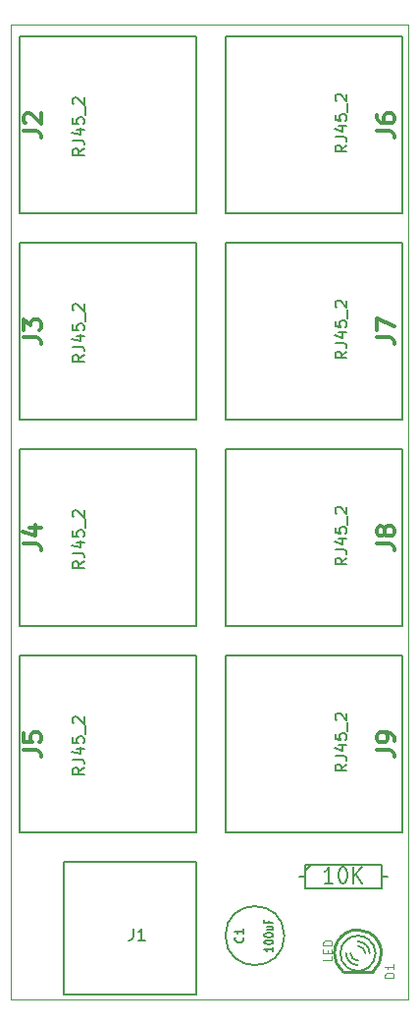
<source format=gto>
G04 (created by PCBNEW (22-Jun-2014 BZR 4027)-stable) date Cts 25 Nis 2020 13:20:02 +03*
%MOIN*%
G04 Gerber Fmt 3.4, Leading zero omitted, Abs format*
%FSLAX34Y34*%
G01*
G70*
G90*
G04 APERTURE LIST*
%ADD10C,0.00590551*%
%ADD11C,0.00393701*%
%ADD12C,0.005*%
%ADD13C,0.008*%
%ADD14C,0.01*%
%ADD15C,0.006*%
%ADD16C,0.012*%
%ADD17C,0.0035*%
G04 APERTURE END LIST*
G54D10*
G54D11*
X8700Y-6600D02*
X8750Y-6600D01*
X8700Y-39650D02*
X8700Y-6600D01*
X22200Y-39650D02*
X8700Y-39650D01*
X22200Y-6600D02*
X22200Y-39650D01*
X8750Y-6600D02*
X22200Y-6600D01*
G54D10*
X15000Y-13000D02*
X9000Y-13000D01*
X9000Y-7000D02*
X9000Y-13000D01*
X15000Y-7000D02*
X9000Y-7000D01*
G54D12*
X15000Y-13000D02*
X15000Y-7000D01*
G54D10*
X15000Y-20000D02*
X9000Y-20000D01*
X9000Y-14000D02*
X9000Y-20000D01*
X15000Y-14000D02*
X9000Y-14000D01*
G54D12*
X15000Y-20000D02*
X15000Y-14000D01*
G54D10*
X15000Y-27000D02*
X9000Y-27000D01*
X9000Y-21000D02*
X9000Y-27000D01*
X15000Y-21000D02*
X9000Y-21000D01*
G54D12*
X15000Y-27000D02*
X15000Y-21000D01*
G54D10*
X15000Y-34000D02*
X9000Y-34000D01*
X9000Y-28000D02*
X9000Y-34000D01*
X15000Y-28000D02*
X9000Y-28000D01*
G54D12*
X15000Y-34000D02*
X15000Y-28000D01*
G54D10*
X16000Y-7000D02*
X22000Y-7000D01*
X22000Y-13000D02*
X22000Y-7000D01*
X16000Y-13000D02*
X22000Y-13000D01*
G54D12*
X16000Y-7000D02*
X16000Y-13000D01*
G54D10*
X16000Y-14000D02*
X22000Y-14000D01*
X22000Y-20000D02*
X22000Y-14000D01*
X16000Y-20000D02*
X22000Y-20000D01*
G54D12*
X16000Y-14000D02*
X16000Y-20000D01*
G54D10*
X16000Y-21000D02*
X22000Y-21000D01*
X22000Y-27000D02*
X22000Y-21000D01*
X16000Y-27000D02*
X22000Y-27000D01*
G54D12*
X16000Y-21000D02*
X16000Y-27000D01*
G54D10*
X16000Y-28000D02*
X22000Y-28000D01*
X22000Y-34000D02*
X22000Y-28000D01*
X16000Y-34000D02*
X22000Y-34000D01*
G54D12*
X16000Y-28000D02*
X16000Y-34000D01*
G54D13*
X18500Y-35500D02*
X18700Y-35500D01*
X21500Y-35500D02*
X21300Y-35500D01*
X21300Y-35500D02*
X21300Y-35100D01*
X21300Y-35100D02*
X18700Y-35100D01*
X18700Y-35100D02*
X18700Y-35900D01*
X18700Y-35900D02*
X21300Y-35900D01*
X21300Y-35900D02*
X21300Y-35500D01*
X18700Y-35300D02*
X18900Y-35100D01*
G54D10*
X15000Y-35000D02*
X10500Y-35000D01*
X10500Y-35000D02*
X10500Y-39500D01*
X10500Y-39500D02*
X15000Y-39500D01*
X15000Y-39500D02*
X15000Y-35000D01*
G54D14*
X20000Y-38720D02*
X21000Y-38720D01*
G54D15*
X20884Y-37639D02*
G75*
G03X20500Y-37500I-384J-460D01*
G74*
G01*
X20500Y-37500D02*
G75*
G03X20102Y-37651I0J-599D01*
G74*
G01*
X20500Y-38699D02*
G75*
G03X20889Y-38555I0J599D01*
G74*
G01*
X20115Y-38560D02*
G75*
G03X20500Y-38700I384J460D01*
G74*
G01*
X20849Y-38587D02*
G75*
G03X21100Y-38100I-349J487D01*
G74*
G01*
X21100Y-38100D02*
G75*
G03X20860Y-37620I-600J0D01*
G74*
G01*
X19900Y-38100D02*
G75*
G03X20131Y-38572I599J0D01*
G74*
G01*
X20131Y-37626D02*
G75*
G03X19900Y-38100I368J-473D01*
G74*
G01*
X20750Y-38100D02*
G75*
G03X20500Y-37850I-250J0D01*
G74*
G01*
X20900Y-38100D02*
G75*
G03X20500Y-37700I-400J0D01*
G74*
G01*
X20250Y-38100D02*
G75*
G03X20500Y-38350I250J0D01*
G74*
G01*
X20100Y-38100D02*
G75*
G03X20500Y-38500I400J0D01*
G74*
G01*
G54D14*
X21013Y-38713D02*
G75*
G03X21300Y-38100I-513J613D01*
G74*
G01*
X21299Y-38100D02*
G75*
G03X20876Y-37395I-799J0D01*
G74*
G01*
X19701Y-38101D02*
G75*
G03X19984Y-38710I798J1D01*
G74*
G01*
X20102Y-37405D02*
G75*
G03X19700Y-38100I397J-694D01*
G74*
G01*
X20879Y-37395D02*
G75*
G03X20500Y-37300I-379J-704D01*
G74*
G01*
X20500Y-37300D02*
G75*
G03X20081Y-37418I0J-799D01*
G74*
G01*
G54D12*
X18001Y-37500D02*
G75*
G03X18001Y-37500I-1001J0D01*
G74*
G01*
G54D16*
X9142Y-10200D02*
X9571Y-10200D01*
X9657Y-10228D01*
X9714Y-10285D01*
X9742Y-10371D01*
X9742Y-10428D01*
X9200Y-9942D02*
X9171Y-9914D01*
X9142Y-9857D01*
X9142Y-9714D01*
X9171Y-9657D01*
X9200Y-9628D01*
X9257Y-9600D01*
X9314Y-9600D01*
X9400Y-9628D01*
X9742Y-9971D01*
X9742Y-9600D01*
G54D13*
X11199Y-10797D02*
X11011Y-10928D01*
X11199Y-11022D02*
X10805Y-11022D01*
X10805Y-10872D01*
X10824Y-10834D01*
X10843Y-10815D01*
X10880Y-10797D01*
X10936Y-10797D01*
X10974Y-10815D01*
X10993Y-10834D01*
X11011Y-10872D01*
X11011Y-11022D01*
X10805Y-10515D02*
X11086Y-10515D01*
X11143Y-10534D01*
X11180Y-10571D01*
X11199Y-10628D01*
X11199Y-10665D01*
X10936Y-10159D02*
X11199Y-10159D01*
X10786Y-10253D02*
X11068Y-10346D01*
X11068Y-10102D01*
X10805Y-9765D02*
X10805Y-9952D01*
X10993Y-9971D01*
X10974Y-9952D01*
X10955Y-9915D01*
X10955Y-9821D01*
X10974Y-9783D01*
X10993Y-9765D01*
X11030Y-9746D01*
X11124Y-9746D01*
X11161Y-9765D01*
X11180Y-9783D01*
X11199Y-9821D01*
X11199Y-9915D01*
X11180Y-9952D01*
X11161Y-9971D01*
X11237Y-9671D02*
X11237Y-9371D01*
X10843Y-9296D02*
X10824Y-9277D01*
X10805Y-9239D01*
X10805Y-9146D01*
X10824Y-9108D01*
X10843Y-9089D01*
X10880Y-9070D01*
X10918Y-9070D01*
X10974Y-9089D01*
X11199Y-9314D01*
X11199Y-9070D01*
G54D16*
X9142Y-17200D02*
X9571Y-17200D01*
X9657Y-17228D01*
X9714Y-17285D01*
X9742Y-17371D01*
X9742Y-17428D01*
X9142Y-16971D02*
X9142Y-16600D01*
X9371Y-16800D01*
X9371Y-16714D01*
X9400Y-16657D01*
X9428Y-16628D01*
X9485Y-16600D01*
X9628Y-16600D01*
X9685Y-16628D01*
X9714Y-16657D01*
X9742Y-16714D01*
X9742Y-16885D01*
X9714Y-16942D01*
X9685Y-16971D01*
G54D13*
X11199Y-17797D02*
X11011Y-17928D01*
X11199Y-18022D02*
X10805Y-18022D01*
X10805Y-17872D01*
X10824Y-17834D01*
X10843Y-17815D01*
X10880Y-17797D01*
X10936Y-17797D01*
X10974Y-17815D01*
X10993Y-17834D01*
X11011Y-17872D01*
X11011Y-18022D01*
X10805Y-17515D02*
X11086Y-17515D01*
X11143Y-17534D01*
X11180Y-17571D01*
X11199Y-17628D01*
X11199Y-17665D01*
X10936Y-17159D02*
X11199Y-17159D01*
X10786Y-17253D02*
X11068Y-17346D01*
X11068Y-17102D01*
X10805Y-16765D02*
X10805Y-16952D01*
X10993Y-16971D01*
X10974Y-16952D01*
X10955Y-16915D01*
X10955Y-16821D01*
X10974Y-16783D01*
X10993Y-16765D01*
X11030Y-16746D01*
X11124Y-16746D01*
X11161Y-16765D01*
X11180Y-16783D01*
X11199Y-16821D01*
X11199Y-16915D01*
X11180Y-16952D01*
X11161Y-16971D01*
X11237Y-16671D02*
X11237Y-16371D01*
X10843Y-16296D02*
X10824Y-16277D01*
X10805Y-16239D01*
X10805Y-16146D01*
X10824Y-16108D01*
X10843Y-16089D01*
X10880Y-16070D01*
X10918Y-16070D01*
X10974Y-16089D01*
X11199Y-16314D01*
X11199Y-16070D01*
G54D16*
X9142Y-24200D02*
X9571Y-24200D01*
X9657Y-24228D01*
X9714Y-24285D01*
X9742Y-24371D01*
X9742Y-24428D01*
X9342Y-23657D02*
X9742Y-23657D01*
X9114Y-23800D02*
X9542Y-23942D01*
X9542Y-23571D01*
G54D13*
X11199Y-24797D02*
X11011Y-24928D01*
X11199Y-25022D02*
X10805Y-25022D01*
X10805Y-24872D01*
X10824Y-24834D01*
X10843Y-24815D01*
X10880Y-24797D01*
X10936Y-24797D01*
X10974Y-24815D01*
X10993Y-24834D01*
X11011Y-24872D01*
X11011Y-25022D01*
X10805Y-24515D02*
X11086Y-24515D01*
X11143Y-24534D01*
X11180Y-24571D01*
X11199Y-24628D01*
X11199Y-24665D01*
X10936Y-24159D02*
X11199Y-24159D01*
X10786Y-24253D02*
X11068Y-24346D01*
X11068Y-24102D01*
X10805Y-23765D02*
X10805Y-23952D01*
X10993Y-23971D01*
X10974Y-23952D01*
X10955Y-23915D01*
X10955Y-23821D01*
X10974Y-23783D01*
X10993Y-23765D01*
X11030Y-23746D01*
X11124Y-23746D01*
X11161Y-23765D01*
X11180Y-23783D01*
X11199Y-23821D01*
X11199Y-23915D01*
X11180Y-23952D01*
X11161Y-23971D01*
X11237Y-23671D02*
X11237Y-23371D01*
X10843Y-23296D02*
X10824Y-23277D01*
X10805Y-23239D01*
X10805Y-23146D01*
X10824Y-23108D01*
X10843Y-23089D01*
X10880Y-23070D01*
X10918Y-23070D01*
X10974Y-23089D01*
X11199Y-23314D01*
X11199Y-23070D01*
G54D16*
X9142Y-31200D02*
X9571Y-31200D01*
X9657Y-31228D01*
X9714Y-31285D01*
X9742Y-31371D01*
X9742Y-31428D01*
X9142Y-30628D02*
X9142Y-30914D01*
X9428Y-30942D01*
X9400Y-30914D01*
X9371Y-30857D01*
X9371Y-30714D01*
X9400Y-30657D01*
X9428Y-30628D01*
X9485Y-30600D01*
X9628Y-30600D01*
X9685Y-30628D01*
X9714Y-30657D01*
X9742Y-30714D01*
X9742Y-30857D01*
X9714Y-30914D01*
X9685Y-30942D01*
G54D13*
X11199Y-31797D02*
X11011Y-31928D01*
X11199Y-32022D02*
X10805Y-32022D01*
X10805Y-31872D01*
X10824Y-31834D01*
X10843Y-31815D01*
X10880Y-31797D01*
X10936Y-31797D01*
X10974Y-31815D01*
X10993Y-31834D01*
X11011Y-31872D01*
X11011Y-32022D01*
X10805Y-31515D02*
X11086Y-31515D01*
X11143Y-31534D01*
X11180Y-31571D01*
X11199Y-31628D01*
X11199Y-31665D01*
X10936Y-31159D02*
X11199Y-31159D01*
X10786Y-31253D02*
X11068Y-31346D01*
X11068Y-31102D01*
X10805Y-30765D02*
X10805Y-30952D01*
X10993Y-30971D01*
X10974Y-30952D01*
X10955Y-30915D01*
X10955Y-30821D01*
X10974Y-30783D01*
X10993Y-30765D01*
X11030Y-30746D01*
X11124Y-30746D01*
X11161Y-30765D01*
X11180Y-30783D01*
X11199Y-30821D01*
X11199Y-30915D01*
X11180Y-30952D01*
X11161Y-30971D01*
X11237Y-30671D02*
X11237Y-30371D01*
X10843Y-30296D02*
X10824Y-30277D01*
X10805Y-30239D01*
X10805Y-30146D01*
X10824Y-30108D01*
X10843Y-30089D01*
X10880Y-30070D01*
X10918Y-30070D01*
X10974Y-30089D01*
X11199Y-30314D01*
X11199Y-30070D01*
G54D16*
X21142Y-10200D02*
X21571Y-10200D01*
X21657Y-10228D01*
X21714Y-10285D01*
X21742Y-10371D01*
X21742Y-10428D01*
X21142Y-9657D02*
X21142Y-9771D01*
X21171Y-9828D01*
X21200Y-9857D01*
X21285Y-9914D01*
X21400Y-9942D01*
X21628Y-9942D01*
X21685Y-9914D01*
X21714Y-9885D01*
X21742Y-9828D01*
X21742Y-9714D01*
X21714Y-9657D01*
X21685Y-9628D01*
X21628Y-9600D01*
X21485Y-9600D01*
X21428Y-9628D01*
X21400Y-9657D01*
X21371Y-9714D01*
X21371Y-9828D01*
X21400Y-9885D01*
X21428Y-9914D01*
X21485Y-9942D01*
G54D13*
X20119Y-10685D02*
X19931Y-10816D01*
X20119Y-10910D02*
X19725Y-10910D01*
X19725Y-10760D01*
X19744Y-10722D01*
X19763Y-10703D01*
X19800Y-10685D01*
X19856Y-10685D01*
X19894Y-10703D01*
X19913Y-10722D01*
X19931Y-10760D01*
X19931Y-10910D01*
X19725Y-10403D02*
X20006Y-10403D01*
X20063Y-10422D01*
X20100Y-10459D01*
X20119Y-10516D01*
X20119Y-10553D01*
X19856Y-10047D02*
X20119Y-10047D01*
X19706Y-10141D02*
X19988Y-10234D01*
X19988Y-9990D01*
X19725Y-9653D02*
X19725Y-9840D01*
X19913Y-9859D01*
X19894Y-9840D01*
X19875Y-9803D01*
X19875Y-9709D01*
X19894Y-9671D01*
X19913Y-9653D01*
X19950Y-9634D01*
X20044Y-9634D01*
X20081Y-9653D01*
X20100Y-9671D01*
X20119Y-9709D01*
X20119Y-9803D01*
X20100Y-9840D01*
X20081Y-9859D01*
X20157Y-9559D02*
X20157Y-9259D01*
X19763Y-9184D02*
X19744Y-9165D01*
X19725Y-9127D01*
X19725Y-9034D01*
X19744Y-8996D01*
X19763Y-8977D01*
X19800Y-8958D01*
X19838Y-8958D01*
X19894Y-8977D01*
X20119Y-9202D01*
X20119Y-8958D01*
G54D16*
X21142Y-17200D02*
X21571Y-17200D01*
X21657Y-17228D01*
X21714Y-17285D01*
X21742Y-17371D01*
X21742Y-17428D01*
X21142Y-16971D02*
X21142Y-16571D01*
X21742Y-16828D01*
G54D13*
X20119Y-17685D02*
X19931Y-17816D01*
X20119Y-17910D02*
X19725Y-17910D01*
X19725Y-17760D01*
X19744Y-17722D01*
X19763Y-17703D01*
X19800Y-17685D01*
X19856Y-17685D01*
X19894Y-17703D01*
X19913Y-17722D01*
X19931Y-17760D01*
X19931Y-17910D01*
X19725Y-17403D02*
X20006Y-17403D01*
X20063Y-17422D01*
X20100Y-17459D01*
X20119Y-17516D01*
X20119Y-17553D01*
X19856Y-17047D02*
X20119Y-17047D01*
X19706Y-17141D02*
X19988Y-17234D01*
X19988Y-16990D01*
X19725Y-16653D02*
X19725Y-16840D01*
X19913Y-16859D01*
X19894Y-16840D01*
X19875Y-16803D01*
X19875Y-16709D01*
X19894Y-16671D01*
X19913Y-16653D01*
X19950Y-16634D01*
X20044Y-16634D01*
X20081Y-16653D01*
X20100Y-16671D01*
X20119Y-16709D01*
X20119Y-16803D01*
X20100Y-16840D01*
X20081Y-16859D01*
X20157Y-16559D02*
X20157Y-16259D01*
X19763Y-16184D02*
X19744Y-16165D01*
X19725Y-16127D01*
X19725Y-16034D01*
X19744Y-15996D01*
X19763Y-15977D01*
X19800Y-15958D01*
X19838Y-15958D01*
X19894Y-15977D01*
X20119Y-16202D01*
X20119Y-15958D01*
G54D16*
X21142Y-24200D02*
X21571Y-24200D01*
X21657Y-24228D01*
X21714Y-24285D01*
X21742Y-24371D01*
X21742Y-24428D01*
X21400Y-23828D02*
X21371Y-23885D01*
X21342Y-23914D01*
X21285Y-23942D01*
X21257Y-23942D01*
X21200Y-23914D01*
X21171Y-23885D01*
X21142Y-23828D01*
X21142Y-23714D01*
X21171Y-23657D01*
X21200Y-23628D01*
X21257Y-23600D01*
X21285Y-23600D01*
X21342Y-23628D01*
X21371Y-23657D01*
X21400Y-23714D01*
X21400Y-23828D01*
X21428Y-23885D01*
X21457Y-23914D01*
X21514Y-23942D01*
X21628Y-23942D01*
X21685Y-23914D01*
X21714Y-23885D01*
X21742Y-23828D01*
X21742Y-23714D01*
X21714Y-23657D01*
X21685Y-23628D01*
X21628Y-23600D01*
X21514Y-23600D01*
X21457Y-23628D01*
X21428Y-23657D01*
X21400Y-23714D01*
G54D13*
X20119Y-24685D02*
X19931Y-24816D01*
X20119Y-24910D02*
X19725Y-24910D01*
X19725Y-24760D01*
X19744Y-24722D01*
X19763Y-24703D01*
X19800Y-24685D01*
X19856Y-24685D01*
X19894Y-24703D01*
X19913Y-24722D01*
X19931Y-24760D01*
X19931Y-24910D01*
X19725Y-24403D02*
X20006Y-24403D01*
X20063Y-24422D01*
X20100Y-24459D01*
X20119Y-24516D01*
X20119Y-24553D01*
X19856Y-24047D02*
X20119Y-24047D01*
X19706Y-24141D02*
X19988Y-24234D01*
X19988Y-23990D01*
X19725Y-23653D02*
X19725Y-23840D01*
X19913Y-23859D01*
X19894Y-23840D01*
X19875Y-23803D01*
X19875Y-23709D01*
X19894Y-23671D01*
X19913Y-23653D01*
X19950Y-23634D01*
X20044Y-23634D01*
X20081Y-23653D01*
X20100Y-23671D01*
X20119Y-23709D01*
X20119Y-23803D01*
X20100Y-23840D01*
X20081Y-23859D01*
X20157Y-23559D02*
X20157Y-23259D01*
X19763Y-23184D02*
X19744Y-23165D01*
X19725Y-23127D01*
X19725Y-23034D01*
X19744Y-22996D01*
X19763Y-22977D01*
X19800Y-22958D01*
X19838Y-22958D01*
X19894Y-22977D01*
X20119Y-23202D01*
X20119Y-22958D01*
G54D16*
X21142Y-31200D02*
X21571Y-31200D01*
X21657Y-31228D01*
X21714Y-31285D01*
X21742Y-31371D01*
X21742Y-31428D01*
X21742Y-30885D02*
X21742Y-30771D01*
X21714Y-30714D01*
X21685Y-30685D01*
X21600Y-30628D01*
X21485Y-30600D01*
X21257Y-30600D01*
X21200Y-30628D01*
X21171Y-30657D01*
X21142Y-30714D01*
X21142Y-30828D01*
X21171Y-30885D01*
X21200Y-30914D01*
X21257Y-30942D01*
X21400Y-30942D01*
X21457Y-30914D01*
X21485Y-30885D01*
X21514Y-30828D01*
X21514Y-30714D01*
X21485Y-30657D01*
X21457Y-30628D01*
X21400Y-30600D01*
G54D13*
X20119Y-31685D02*
X19931Y-31816D01*
X20119Y-31910D02*
X19725Y-31910D01*
X19725Y-31760D01*
X19744Y-31722D01*
X19763Y-31703D01*
X19800Y-31685D01*
X19856Y-31685D01*
X19894Y-31703D01*
X19913Y-31722D01*
X19931Y-31760D01*
X19931Y-31910D01*
X19725Y-31403D02*
X20006Y-31403D01*
X20063Y-31422D01*
X20100Y-31459D01*
X20119Y-31516D01*
X20119Y-31553D01*
X19856Y-31047D02*
X20119Y-31047D01*
X19706Y-31141D02*
X19988Y-31234D01*
X19988Y-30990D01*
X19725Y-30653D02*
X19725Y-30840D01*
X19913Y-30859D01*
X19894Y-30840D01*
X19875Y-30803D01*
X19875Y-30709D01*
X19894Y-30671D01*
X19913Y-30653D01*
X19950Y-30634D01*
X20044Y-30634D01*
X20081Y-30653D01*
X20100Y-30671D01*
X20119Y-30709D01*
X20119Y-30803D01*
X20100Y-30840D01*
X20081Y-30859D01*
X20157Y-30559D02*
X20157Y-30259D01*
X19763Y-30184D02*
X19744Y-30165D01*
X19725Y-30127D01*
X19725Y-30034D01*
X19744Y-29996D01*
X19763Y-29977D01*
X19800Y-29958D01*
X19838Y-29958D01*
X19894Y-29977D01*
X20119Y-30202D01*
X20119Y-29958D01*
X19654Y-35722D02*
X19369Y-35722D01*
X19511Y-35722D02*
X19511Y-35172D01*
X19464Y-35251D01*
X19416Y-35303D01*
X19369Y-35329D01*
X19964Y-35172D02*
X20011Y-35172D01*
X20059Y-35198D01*
X20083Y-35225D01*
X20107Y-35277D01*
X20130Y-35382D01*
X20130Y-35513D01*
X20107Y-35617D01*
X20083Y-35670D01*
X20059Y-35696D01*
X20011Y-35722D01*
X19964Y-35722D01*
X19916Y-35696D01*
X19892Y-35670D01*
X19869Y-35617D01*
X19845Y-35513D01*
X19845Y-35382D01*
X19869Y-35277D01*
X19892Y-35225D01*
X19916Y-35198D01*
X19964Y-35172D01*
X20345Y-35722D02*
X20345Y-35172D01*
X20630Y-35722D02*
X20416Y-35408D01*
X20630Y-35172D02*
X20345Y-35486D01*
G54D15*
X12866Y-37261D02*
X12866Y-37547D01*
X12847Y-37604D01*
X12809Y-37642D01*
X12752Y-37661D01*
X12714Y-37661D01*
X13266Y-37661D02*
X13038Y-37661D01*
X13152Y-37661D02*
X13152Y-37261D01*
X13114Y-37319D01*
X13076Y-37357D01*
X13038Y-37376D01*
G54D17*
X21721Y-38921D02*
X21421Y-38921D01*
X21421Y-38850D01*
X21435Y-38807D01*
X21464Y-38778D01*
X21492Y-38764D01*
X21550Y-38750D01*
X21592Y-38750D01*
X21650Y-38764D01*
X21678Y-38778D01*
X21707Y-38807D01*
X21721Y-38850D01*
X21721Y-38921D01*
X21721Y-38464D02*
X21721Y-38635D01*
X21721Y-38550D02*
X21421Y-38550D01*
X21464Y-38578D01*
X21492Y-38607D01*
X21507Y-38635D01*
X19621Y-38192D02*
X19621Y-38335D01*
X19321Y-38335D01*
X19464Y-38092D02*
X19464Y-37992D01*
X19621Y-37950D02*
X19621Y-38092D01*
X19321Y-38092D01*
X19321Y-37950D01*
X19621Y-37821D02*
X19321Y-37821D01*
X19321Y-37750D01*
X19335Y-37707D01*
X19364Y-37678D01*
X19392Y-37664D01*
X19450Y-37650D01*
X19492Y-37650D01*
X19550Y-37664D01*
X19578Y-37678D01*
X19607Y-37707D01*
X19621Y-37750D01*
X19621Y-37821D01*
G54D12*
X16593Y-37550D02*
X16608Y-37564D01*
X16622Y-37607D01*
X16622Y-37635D01*
X16608Y-37678D01*
X16579Y-37707D01*
X16551Y-37721D01*
X16493Y-37735D01*
X16451Y-37735D01*
X16393Y-37721D01*
X16365Y-37707D01*
X16336Y-37678D01*
X16322Y-37635D01*
X16322Y-37607D01*
X16336Y-37564D01*
X16351Y-37550D01*
X16622Y-37264D02*
X16622Y-37435D01*
X16622Y-37350D02*
X16322Y-37350D01*
X16365Y-37378D01*
X16393Y-37407D01*
X16408Y-37435D01*
X17621Y-37886D02*
X17621Y-38029D01*
X17621Y-37958D02*
X17321Y-37958D01*
X17364Y-37982D01*
X17392Y-38005D01*
X17407Y-38029D01*
X17321Y-37732D02*
X17321Y-37708D01*
X17335Y-37684D01*
X17350Y-37672D01*
X17378Y-37660D01*
X17435Y-37648D01*
X17507Y-37648D01*
X17564Y-37660D01*
X17592Y-37672D01*
X17607Y-37684D01*
X17621Y-37708D01*
X17621Y-37732D01*
X17607Y-37755D01*
X17592Y-37767D01*
X17564Y-37779D01*
X17507Y-37791D01*
X17435Y-37791D01*
X17378Y-37779D01*
X17350Y-37767D01*
X17335Y-37755D01*
X17321Y-37732D01*
X17321Y-37494D02*
X17321Y-37470D01*
X17335Y-37446D01*
X17350Y-37434D01*
X17378Y-37422D01*
X17435Y-37410D01*
X17507Y-37410D01*
X17564Y-37422D01*
X17592Y-37434D01*
X17607Y-37446D01*
X17621Y-37470D01*
X17621Y-37494D01*
X17607Y-37517D01*
X17592Y-37529D01*
X17564Y-37541D01*
X17507Y-37553D01*
X17435Y-37553D01*
X17378Y-37541D01*
X17350Y-37529D01*
X17335Y-37517D01*
X17321Y-37494D01*
X17421Y-37196D02*
X17621Y-37196D01*
X17421Y-37303D02*
X17578Y-37303D01*
X17607Y-37291D01*
X17621Y-37267D01*
X17621Y-37232D01*
X17607Y-37208D01*
X17592Y-37196D01*
X17464Y-36994D02*
X17464Y-37077D01*
X17621Y-37077D02*
X17321Y-37077D01*
X17321Y-36958D01*
M02*

</source>
